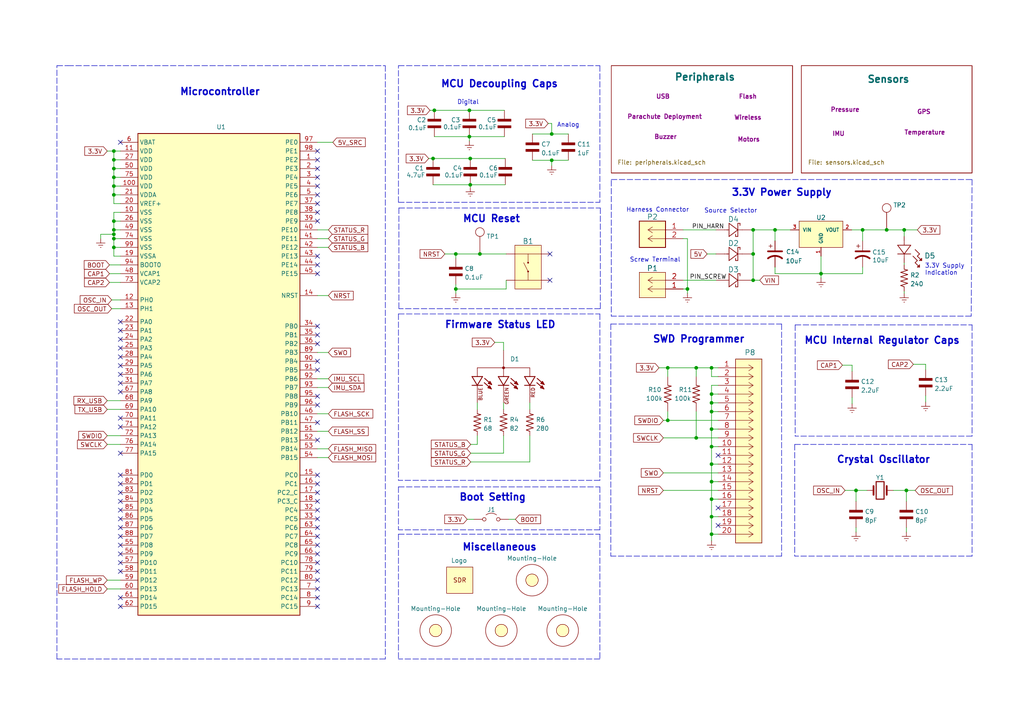
<source format=kicad_sch>
(kicad_sch (version 20211123) (generator eeschema)
  (paper "A4")
  (title_block (title "Engine Controller Microcontroller Board") (date "2021-06-26") (rev "1.0") (company "Sun Devil Rocketry") (comment 1 "Author: Colton Acosta"))
  (lib_symbols
    (symbol "Flight-Computer-rescue:Earth-power" (power) (pin_names (offset 0))
      (symbol "Earth-power_1_1"
        (pin power_in line (at 0 0 270) (length 0) hide (name "Earth") (number "1"))
      )
    )
    (symbol "Flight-Computer-rescue:STM32H750VBTx-Engine-Controller"
      (property "Reference" "U" (at -3.81 78.74 0))
      (property "Value" "STM32H750VBTx-Engine-Controller" (at -8.89 76.2 0))
      (symbol "STM32H750VBTx-Engine-Controller_1_1"
        (pin bidirectional line (at 27.94 66.04 180) (length 5.08) (name "PE2") (number "1"))
        (pin power_in line (at -29.21 50.8 0) (length 5.08) (name "VSS") (number "10"))
        (pin power_in line (at -29.21 58.42 0) (length 5.08) (name "VDD") (number "100"))
        (pin power_in line (at -29.21 68.58 0) (length 5.08) (name "VDD") (number "11"))
        (pin input line (at -29.21 25.4 0) (length 5.08) (name "PH0") (number "12"))
        (pin input line (at -29.21 22.86 0) (length 5.08) (name "PH1") (number "13"))
        (pin input line (at 27.94 26.67 180) (length 5.08) (name "NRST") (number "14"))
        (pin bidirectional line (at 27.94 -25.4 180) (length 5.08) (name "PC0") (number "15"))
        (pin bidirectional line (at 27.94 -27.94 180) (length 5.08) (name "PC1") (number "16"))
        (pin bidirectional line (at 27.94 -30.48 180) (length 5.08) (name "PC2_C") (number "17"))
        (pin bidirectional line (at 27.94 -33.02 180) (length 5.08) (name "PC3_C") (number "18"))
        (pin power_in line (at -29.21 38.1 0) (length 5.08) (name "VSSA") (number "19"))
        (pin bidirectional line (at 27.94 63.5 180) (length 5.08) (name "PE3") (number "2"))
        (pin bidirectional line (at -29.21 53.34 0) (length 5.08) (name "VREF+") (number "20"))
        (pin power_in line (at -29.21 55.88 0) (length 5.08) (name "VDDA") (number "21"))
        (pin bidirectional line (at -29.21 19.05 0) (length 5.08) (name "PA0") (number "22"))
        (pin bidirectional line (at -29.21 16.51 0) (length 5.08) (name "PA1") (number "23"))
        (pin bidirectional line (at -29.21 13.97 0) (length 5.08) (name "PA2") (number "24"))
        (pin bidirectional line (at -29.21 11.43 0) (length 5.08) (name "PA3") (number "25"))
        (pin power_in line (at -29.21 48.26 0) (length 5.08) (name "VSS") (number "26"))
        (pin power_in line (at -29.21 66.04 0) (length 5.08) (name "VDD") (number "27"))
        (pin bidirectional line (at -29.21 8.89 0) (length 5.08) (name "PA4") (number "28"))
        (pin bidirectional line (at -29.21 6.35 0) (length 5.08) (name "PA5") (number "29"))
        (pin bidirectional line (at 27.94 60.96 180) (length 5.08) (name "PE4") (number "3"))
        (pin bidirectional line (at -29.21 3.81 0) (length 5.08) (name "PA6") (number "30"))
        (pin bidirectional line (at -29.21 1.27 0) (length 5.08) (name "PA7") (number "31"))
        (pin bidirectional line (at 27.94 -35.56 180) (length 5.08) (name "PC4") (number "32"))
        (pin bidirectional line (at 27.94 -38.1 180) (length 5.08) (name "PC5") (number "33"))
        (pin bidirectional line (at 27.94 17.78 180) (length 5.08) (name "PB0") (number "34"))
        (pin bidirectional line (at 27.94 15.24 180) (length 5.08) (name "PB1") (number "35"))
        (pin bidirectional line (at 27.94 12.7 180) (length 5.08) (name "PB2") (number "36"))
        (pin bidirectional line (at 27.94 53.34 180) (length 5.08) (name "PE7") (number "37"))
        (pin bidirectional line (at 27.94 50.8 180) (length 5.08) (name "PE8") (number "38"))
        (pin bidirectional line (at 27.94 48.26 180) (length 5.08) (name "PE9") (number "39"))
        (pin bidirectional line (at 27.94 58.42 180) (length 5.08) (name "PE5") (number "4"))
        (pin bidirectional line (at 27.94 45.72 180) (length 5.08) (name "PE10") (number "40"))
        (pin bidirectional line (at 27.94 43.18 180) (length 5.08) (name "PE11") (number "41"))
        (pin bidirectional line (at 27.94 40.64 180) (length 5.08) (name "PE12") (number "42"))
        (pin bidirectional line (at 27.94 38.1 180) (length 5.08) (name "PE13") (number "43"))
        (pin bidirectional line (at 27.94 35.56 180) (length 5.08) (name "PE14") (number "44"))
        (pin bidirectional line (at 27.94 33.02 180) (length 5.08) (name "PE15") (number "45"))
        (pin bidirectional line (at 27.94 -7.62 180) (length 5.08) (name "PB10") (number "46"))
        (pin bidirectional line (at 27.94 -10.16 180) (length 5.08) (name "PB11") (number "47"))
        (pin power_in line (at -29.21 33.02 0) (length 5.08) (name "VCAP1") (number "48"))
        (pin power_in line (at -29.21 45.72 0) (length 5.08) (name "VSS") (number "49"))
        (pin bidirectional line (at 27.94 55.88 180) (length 5.08) (name "PE6") (number "5"))
        (pin power_in line (at -29.21 63.5 0) (length 5.08) (name "VDD") (number "50"))
        (pin bidirectional line (at 27.94 -12.7 180) (length 5.08) (name "PB12") (number "51"))
        (pin bidirectional line (at 27.94 -15.24 180) (length 5.08) (name "PB13") (number "52"))
        (pin bidirectional line (at 27.94 -17.78 180) (length 5.08) (name "PB14") (number "53"))
        (pin bidirectional line (at 27.94 -20.32 180) (length 5.08) (name "PB15") (number "54"))
        (pin bidirectional line (at -29.21 -45.72 0) (length 5.08) (name "PD8") (number "55"))
        (pin bidirectional line (at -29.21 -48.26 0) (length 5.08) (name "PD9") (number "56"))
        (pin bidirectional line (at -29.21 -50.8 0) (length 5.08) (name "PD10") (number "57"))
        (pin bidirectional line (at -29.21 -53.34 0) (length 5.08) (name "PD11") (number "58"))
        (pin bidirectional line (at -29.21 -55.88 0) (length 5.08) (name "PD12") (number "59"))
        (pin power_in line (at -29.21 71.12 0) (length 5.08) (name "VBAT") (number "6"))
        (pin bidirectional line (at -29.21 -58.42 0) (length 5.08) (name "PD13") (number "60"))
        (pin bidirectional line (at -29.21 -60.96 0) (length 5.08) (name "PD14") (number "61"))
        (pin bidirectional line (at -29.21 -63.5 0) (length 5.08) (name "PD15") (number "62"))
        (pin bidirectional line (at 27.94 -40.64 180) (length 5.08) (name "PC6") (number "63"))
        (pin bidirectional line (at 27.94 -43.18 180) (length 5.08) (name "PC7") (number "64"))
        (pin bidirectional line (at 27.94 -45.72 180) (length 5.08) (name "PC8") (number "65"))
        (pin bidirectional line (at 27.94 -48.26 180) (length 5.08) (name "PC9") (number "66"))
        (pin bidirectional line (at -29.21 -1.27 0) (length 5.08) (name "PA8") (number "67"))
        (pin bidirectional line (at -29.21 -3.81 0) (length 5.08) (name "PA9") (number "68"))
        (pin bidirectional line (at -29.21 -6.35 0) (length 5.08) (name "PA10") (number "69"))
        (pin bidirectional line (at 27.94 -58.42 180) (length 5.08) (name "PC13") (number "7"))
        (pin bidirectional line (at -29.21 -8.89 0) (length 5.08) (name "PA11") (number "70"))
        (pin bidirectional line (at -29.21 -11.43 0) (length 5.08) (name "PA12") (number "71"))
        (pin bidirectional line (at -29.21 -13.97 0) (length 5.08) (name "PA13") (number "72"))
        (pin power_in line (at -29.21 30.48 0) (length 5.08) (name "VCAP2") (number "73"))
        (pin power_in line (at -29.21 43.18 0) (length 5.08) (name "VSS") (number "74"))
        (pin power_in line (at -29.21 60.96 0) (length 5.08) (name "VDD") (number "75"))
        (pin bidirectional line (at -29.21 -16.51 0) (length 5.08) (name "PA14") (number "76"))
        (pin bidirectional line (at -29.21 -19.05 0) (length 5.08) (name "PA15") (number "77"))
        (pin bidirectional line (at 27.94 -50.8 180) (length 5.08) (name "PC10") (number "78"))
        (pin bidirectional line (at 27.94 -53.34 180) (length 5.08) (name "PC11") (number "79"))
        (pin bidirectional line (at 27.94 -60.96 180) (length 5.08) (name "PC14") (number "8"))
        (pin bidirectional line (at 27.94 -55.88 180) (length 5.08) (name "PC12") (number "80"))
        (pin bidirectional line (at -29.21 -25.4 0) (length 5.08) (name "PD0") (number "81"))
        (pin bidirectional line (at -29.21 -27.94 0) (length 5.08) (name "PD1") (number "82"))
        (pin bidirectional line (at -29.21 -30.48 0) (length 5.08) (name "PD2") (number "83"))
        (pin bidirectional line (at -29.21 -33.02 0) (length 5.08) (name "PD3") (number "84"))
        (pin bidirectional line (at -29.21 -35.56 0) (length 5.08) (name "PD4") (number "85"))
        (pin bidirectional line (at -29.21 -38.1 0) (length 5.08) (name "PD5") (number "86"))
        (pin bidirectional line (at -29.21 -40.64 0) (length 5.08) (name "PD6") (number "87"))
        (pin bidirectional line (at -29.21 -43.18 0) (length 5.08) (name "PD7") (number "88"))
        (pin bidirectional line (at 27.94 10.16 180) (length 5.08) (name "PB3") (number "89"))
        (pin bidirectional line (at 27.94 -63.5 180) (length 5.08) (name "PC15") (number "9"))
        (pin bidirectional line (at 27.94 7.62 180) (length 5.08) (name "PB4") (number "90"))
        (pin bidirectional line (at 27.94 5.08 180) (length 5.08) (name "PB5") (number "91"))
        (pin bidirectional line (at 27.94 2.54 180) (length 5.08) (name "PB6") (number "92"))
        (pin bidirectional line (at 27.94 0 180) (length 5.08) (name "PB7") (number "93"))
        (pin input line (at -29.21 35.56 0) (length 5.08) (name "BOOT0") (number "94"))
        (pin bidirectional line (at 27.94 -2.54 180) (length 5.08) (name "PB8") (number "95"))
        (pin bidirectional line (at 27.94 -5.08 180) (length 5.08) (name "PB9") (number "96"))
        (pin bidirectional line (at 27.94 71.12 180) (length 5.08) (name "PE0") (number "97"))
        (pin bidirectional line (at 27.94 68.58 180) (length 5.08) (name "PE1") (number "98"))
        (pin power_in line (at -29.21 40.64 0) (length 5.08) (name "VSS") (number "99"))
      )
    )
    (symbol "Flight-Computer:282837-2" (pin_names (offset 0.254) hide)
      (property "Reference" "P" (at 8.89 6.35 0))
      (symbol "282837-2_1_1"
        (pin passive line (at 0 0 0) (length 5.08) (name "5") (number "1"))
        (pin passive line (at 0 -2.54 0) (length 5.08) (name "6") (number "2"))
      )
    )
    (symbol "Flight-Computer:3220-20-0200-00" (pin_names (offset 0.254) hide)
      (property "Reference" "P" (at 8.89 6.35 0))
      (symbol "3220-20-0200-00_1_1"
        (pin passive line (at 0 0 0) (length 5.08) (name "1") (number "1"))
        (pin passive line (at 0 -22.86 0) (length 5.08) (name "10") (number "10"))
        (pin passive line (at 0 -25.4 0) (length 5.08) (name "11") (number "11"))
        (pin passive line (at 0 -27.94 0) (length 5.08) (name "12") (number "12"))
        (pin passive line (at 0 -30.48 0) (length 5.08) (name "13") (number "13"))
        (pin passive line (at 0 -33.02 0) (length 5.08) (name "14") (number "14"))
        (pin passive line (at 0 -35.56 0) (length 5.08) (name "15") (number "15"))
        (pin passive line (at 0 -38.1 0) (length 5.08) (name "16") (number "16"))
        (pin passive line (at 0 -40.64 0) (length 5.08) (name "17") (number "17"))
        (pin passive line (at 0 -43.18 0) (length 5.08) (name "18") (number "18"))
        (pin passive line (at 0 -45.72 0) (length 5.08) (name "19") (number "19"))
        (pin passive line (at 0 -2.54 0) (length 5.08) (name "2") (number "2"))
        (pin passive line (at 0 -48.26 0) (length 5.08) (name "20") (number "20"))
        (pin passive line (at 0 -5.08 0) (length 5.08) (name "3") (number "3"))
        (pin passive line (at 0 -7.62 0) (length 5.08) (name "4") (number "4"))
        (pin passive line (at 0 -10.16 0) (length 5.08) (name "5") (number "5"))
        (pin passive line (at 0 -12.7 0) (length 5.08) (name "6") (number "6"))
        (pin passive line (at 0 -15.24 0) (length 5.08) (name "7") (number "7"))
        (pin passive line (at 0 -17.78 0) (length 5.08) (name "8") (number "8"))
        (pin passive line (at 0 -20.32 0) (length 5.08) (name "9") (number "9"))
      )
    )
    (symbol "Flight-Computer:647676-2" (pin_names (offset 0.254) hide)
      (property "Reference" "P" (at 6.35 5.08 0))
      (symbol "647676-2_1_1"
        (pin passive line (at 0 0 0) (length 5.08) (name "1") (number "1"))
        (pin passive line (at 0 -2.54 0) (length 5.08) (name "2") (number "2"))
      )
    )
    (symbol "Flight-Computer:CAP_0603" (pin_numbers hide) (pin_names (offset 1.016) hide)
      (property "Reference" "C" (at -1.27 3.81 0))
      (property "Value" "CAP_0603" (at -3.81 -3.81 0))
      (symbol "CAP_0603_0_0"
        (pin passive line (at 3.81 0 180) (length 2.54) (name "~") (number "1"))
        (pin passive line (at -3.81 0 0) (length 2.54) (name "~") (number "2"))
      )
    )
    (symbol "Flight-Computer:CAP_Polar" (pin_numbers hide) (pin_names (offset 0.254) hide)
      (property "Reference" "C" (at 0.635 2.54 0))
      (property "Value" "CAP_Polar" (at 0.635 -2.54 0))
      (symbol "CAP_Polar_1_1"
        (pin passive line (at 0 3.81 270) (length 2.794) (name "~") (number "1"))
        (pin passive line (at 0 -3.81 90) (length 3.302) (name "~") (number "2"))
      )
    )
    (symbol "Flight-Computer:CLMVC-FKA-CL1D1L71BB7C3C3" (pin_numbers hide) (pin_names (offset 1.016) hide)
      (property "Reference" "D" (at 13.97 -1.27 0))
      (symbol "CLMVC-FKA-CL1D1L71BB7C3C3_0_0"
        (text "BLUE" (at 3.048 -6.096 0) (effects (font (size 1.016 1.016)) (justify left bottom)))
        (text "GREEN" (at 3.048 1.524 0) (effects (font (size 1.016 1.016)) (justify left bottom)))
        (text "RED" (at 3.048 9.144 0) (effects (font (size 1.016 1.016)) (justify left bottom)))
        (pin passive line (at -7.62 0 0) (length 5.08) (name "~") (number "1"))
        (pin passive line (at 7.62 -7.62 180) (length 5.08) (name "~") (number "2"))
        (pin passive line (at 7.62 0 180) (length 5.08) (name "~") (number "3"))
        (pin passive line (at 7.62 7.62 180) (length 5.08) (name "~") (number "4"))
      )
    )
    (symbol "Flight-Computer:ECS-240-18-33-JGN-TR" (pin_numbers hide) (pin_names (offset 1.016) hide)
      (property "Reference" "Y" (at 0 3.81 0))
      (symbol "ECS-240-18-33-JGN-TR_1_1"
        (pin passive line (at -3.81 0 0) (length 1.27) (name "1") (number "1"))
        (pin passive line (at 3.81 0 180) (length 1.27) (name "3") (number "3"))
      )
    )
    (symbol "Flight-Computer:Earth" (power) (pin_names (offset 0))
      (symbol "Earth_1_1"
        (pin power_in line (at 0 0 270) (length 0) hide (name "Earth") (number "1"))
      )
    )
    (symbol "Flight-Computer:Jumper_NO" (pin_numbers hide) (pin_names (offset 0) hide)
      (property "Reference" "J" (at 0 2.794 0))
      (symbol "Jumper_NO_1_1"
        (pin passive line (at -5.08 0 0) (length 2.54) (name "A") (number "1"))
        (pin passive line (at 5.08 0 180) (length 2.54) (name "B") (number "2"))
      )
    )
    (symbol "Flight-Computer:LMS8117AMP-3.3_NOPB" (pin_names (offset 1.016))
      (property "Reference" "U" (at -1.27 5.08 0))
      (symbol "LMS8117AMP-3.3_NOPB_1_1"
        (pin input line (at 0 -6.35 90) (length 2.54) (name "GND") (number "1"))
        (pin output line (at 8.89 1.27 180) (length 2.54) (name "VOUT") (number "2"))
        (pin input line (at -8.89 1.27 0) (length 2.54) (name "VIN") (number "3"))
      )
    )
    (symbol "Flight-Computer:Logo" (pin_names (offset 1.016))
      (property "Reference" "LOGO" (at 0 5.08 0))
      (property "Value" "Logo" (at 0 -5.08 0))
      (symbol "Logo_0_0"
        (text "SDR" (at 0 0 0) (effects (font (size 1.27 1.27))))
      )
    )
    (symbol "Flight-Computer:Mounting-Hole" (pin_names (offset 1.016)))
    (symbol "Flight-Computer:PTS647SM38SMTR2LFS" (pin_numbers hide) (pin_names (offset 0.254) hide)
      (property "Reference" "B" (at -1.27 8.89 0))
      (symbol "PTS647SM38SMTR2LFS_1_1"
        (pin passive line (at -6.35 -3.81 0) (length 2.54) (name "1") (number "1"))
        (pin passive line (at 6.35 3.81 180) (length 2.54) (name "2") (number "2"))
        (pin passive line (at -6.35 3.81 0) (length 2.54) (name "3") (number "3"))
        (pin passive line (at 6.35 -3.81 180) (length 2.54) (name "4") (number "4"))
      )
    )
    (symbol "Flight-Computer:RES_0603" (pin_numbers hide) (pin_names (offset 1.016) hide)
      (property "Reference" "R" (at -1.27 1.27 0))
      (property "Value" "RES_0603" (at -3.81 -2.54 0))
      (symbol "RES_0603_0_0"
        (pin passive line (at -5.08 0 0) (length 2.54) (name "~") (number "1"))
        (pin passive line (at 5.08 0 180) (length 2.54) (name "~") (number "2"))
      )
    )
    (symbol "Flight-Computer:SM5819PL-TP" (pin_numbers hide) (pin_names hide)
      (property "Reference" "D" (at 0 4.445 0))
      (symbol "SM5819PL-TP_1_1"
        (pin passive line (at 5.08 0 180) (length 2.54) (name "~") (number "1"))
        (pin passive line (at -5.08 0 0) (length 2.54) (name "~") (number "2"))
      )
    )
    (symbol "Flight-Computer:SML-LX1206GC-TR" (pin_numbers hide) (pin_names hide)
      (property "Reference" "D" (at 3.81 5.08 0))
      (symbol "SML-LX1206GC-TR_1_1"
        (pin passive line (at 0 -2.54 90) (length 1.27) (name "1") (number "1"))
        (pin passive line (at 0 5.08 270) (length 1.27) (name "2") (number "2"))
      )
    )
    (symbol "Flight-Computer:TP" (pin_numbers hide) (pin_names (offset 1.016) hide)
      (property "Reference" "TP" (at 0 8.89 0))
      (property "Value" "TP" (at 0 8.89 0))
      (symbol "TP_1_1"
        (pin passive line (at 0 0 90) (length 5.08) (name "~") (number "1"))
      )
    )
    (symbol "RES_0603_1" (pin_numbers hide) (pin_names (offset 1.016) hide)
      (property "Reference" "R" (at -1.27 1.27 0))
      (property "Value" "RES_0603_1" (at -3.81 -2.54 0))
      (symbol "RES_0603_1_0_0"
        (pin passive line (at -3.81 0 0) (length 1.27) (name "~") (number "1"))
        (pin passive line (at 3.81 0 180) (length 1.27) (name "~") (number "2"))
      )
    )
    (symbol "RES_0603_2" (pin_numbers hide) (pin_names (offset 1.016) hide)
      (property "Reference" "R" (at -1.27 1.27 0))
      (property "Value" "RES_0603_2" (at -3.81 -2.54 0))
      (symbol "RES_0603_2_0_0"
        (pin passive line (at -3.81 0 0) (length 1.27) (name "~") (number "1"))
        (pin passive line (at 3.81 0 180) (length 1.27) (name "~") (number "2"))
      )
    )
    (symbol "RES_0603_3" (pin_numbers hide) (pin_names (offset 1.016) hide)
      (property "Reference" "R" (at -1.27 1.27 0))
      (property "Value" "RES_0603_3" (at -3.81 -2.54 0))
      (symbol "RES_0603_3_0_0"
        (pin passive line (at -3.81 0 0) (length 1.27) (name "~") (number "1"))
        (pin passive line (at 3.81 0 180) (length 1.27) (name "~") (number "2"))
      )
    )
    (symbol "RES_0603_4" (pin_numbers hide) (pin_names (offset 1.016) hide)
      (property "Reference" "R" (at -1.27 1.27 0))
      (property "Value" "RES_0603_4" (at -3.81 -2.54 0))
      (symbol "RES_0603_4_0_0"
        (pin passive line (at -3.81 0 0) (length 1.27) (name "~") (number "1"))
        (pin passive line (at 3.81 0 180) (length 1.27) (name "~") (number "2"))
      )
    )
  )
  (junction (at 33.02 48.895))
  (junction (at 136.144 32.004))
  (junction (at 206.375 134.62))
  (junction (at 218.44 66.675))
  (junction (at 262.255 66.675))
  (junction (at 206.375 116.84))
  (junction (at 125.984 32.004))
  (junction (at 139.192 73.66))
  (junction (at 33.02 71.755))
  (junction (at 33.02 64.135))
  (junction (at 33.02 43.815))
  (junction (at 206.375 124.46))
  (junction (at 160.02 38.862))
  (junction (at 125.603 45.974))
  (junction (at 33.02 69.215))
  (junction (at 160.02 46.482))
  (junction (at 206.375 149.86))
  (junction (at 132.207 83.82))
  (junction (at 201.93 106.68))
  (junction (at 238.125 79.375))
  (junction (at 193.675 106.68))
  (junction (at 206.375 154.94))
  (junction (at 33.02 56.515))
  (junction (at 248.285 142.24))
  (junction (at 206.375 144.78))
  (junction (at 136.398 53.594))
  (junction (at 250.19 66.675))
  (junction (at 218.44 73.66))
  (junction (at 136.144 39.624))
  (junction (at 206.375 129.54))
  (junction (at 206.375 114.3))
  (junction (at 33.02 53.975))
  (junction (at 193.675 121.92))
  (junction (at 206.375 119.38))
  (junction (at 33.02 46.355))
  (junction (at 257.175 66.675))
  (junction (at 206.375 139.7))
  (junction (at 224.79 66.675))
  (junction (at 218.44 81.28))
  (junction (at 33.02 67.945))
  (junction (at 201.93 127))
  (junction (at 33.02 66.675))
  (junction (at 262.89 142.24))
  (junction (at 132.207 73.66))
  (junction (at 199.39 83.82))
  (junction (at 33.02 51.435))
  (junction (at 136.398 45.974))
  (junction (at 206.375 106.68))
  (no_connect (at 92.075 46.355))
  (no_connect (at 92.075 64.135))
  (no_connect (at 34.925 113.665))
  (no_connect (at 92.075 61.595))
  (no_connect (at 34.925 123.825))
  (no_connect (at 92.075 76.835))
  (no_connect (at 34.925 93.345))
  (no_connect (at 34.925 98.425))
  (no_connect (at 34.925 108.585))
  (no_connect (at 34.925 100.965))
  (no_connect (at 34.925 103.505))
  (no_connect (at 34.925 106.045))
  (no_connect (at 34.925 95.885))
  (no_connect (at 34.925 111.125))
  (no_connect (at 92.075 114.935))
  (no_connect (at 92.075 155.575))
  (no_connect (at 92.075 140.335))
  (no_connect (at 92.075 137.795))
  (no_connect (at 34.925 121.285))
  (no_connect (at 34.925 165.735))
  (no_connect (at 92.075 99.695))
  (no_connect (at 92.075 145.415))
  (no_connect (at 92.075 104.775))
  (no_connect (at 92.075 94.615))
  (no_connect (at 92.075 59.055))
  (no_connect (at 92.075 158.115))
  (no_connect (at 92.075 173.355))
  (no_connect (at 34.925 155.575))
  (no_connect (at 34.925 145.415))
  (no_connect (at 34.925 153.035))
  (no_connect (at 34.925 147.955))
  (no_connect (at 34.925 150.495))
  (no_connect (at 34.925 140.335))
  (no_connect (at 34.925 142.875))
  (no_connect (at 34.925 160.655))
  (no_connect (at 34.925 158.115))
  (no_connect (at 34.925 137.795))
  (no_connect (at 92.075 175.895))
  (no_connect (at 92.075 56.515))
  (no_connect (at 92.075 163.195))
  (no_connect (at 92.075 127.635))
  (no_connect (at 34.925 41.275))
  (no_connect (at 92.075 53.975))
  (no_connect (at 92.075 51.435))
  (no_connect (at 92.075 43.815))
  (no_connect (at 34.925 173.355))
  (no_connect (at 34.925 131.445))
  (no_connect (at 92.075 142.875))
  (no_connect (at 92.075 79.375))
  (no_connect (at 92.075 160.655))
  (no_connect (at 92.075 117.475))
  (no_connect (at 92.075 122.555))
  (no_connect (at 92.075 107.315))
  (no_connect (at 92.075 150.495))
  (no_connect (at 34.925 163.195))
  (no_connect (at 92.075 165.735))
  (no_connect (at 92.075 153.035))
  (no_connect (at 92.075 170.815))
  (no_connect (at 92.075 74.295))
  (no_connect (at 92.075 168.275))
  (no_connect (at 208.28 152.4))
  (no_connect (at 208.28 147.32))
  (no_connect (at 208.28 132.08))
  (no_connect (at 92.075 147.955))
  (no_connect (at 159.512 81.28))
  (no_connect (at 159.512 73.66))
  (no_connect (at 92.075 48.895))
  (no_connect (at 34.925 175.895))
  (no_connect (at 92.075 97.155))
  (polyline (pts (xy 173.99 91.059) (xy 173.99 139.319)))
  (wire (pts (xy 31.75 79.375) (xy 34.925 79.375)))
  (wire (pts (xy 262.89 142.24) (xy 262.89 145.415)))
  (wire (pts (xy 247.015 66.675) (xy 250.19 66.675)))
  (wire (pts (xy 31.75 81.915) (xy 34.925 81.915)))
  (wire (pts (xy 206.375 144.78) (xy 206.375 149.86)))
  (wire (pts (xy 262.255 68.58) (xy 262.255 66.675)))
  (wire (pts (xy 206.375 114.3) (xy 206.375 116.84)))
  (wire (pts (xy 247.142 105.918) (xy 247.142 107.696)))
  (wire (pts (xy 135.509 150.622) (xy 137.414 150.622)))
  (wire (pts (xy 146.05 99.314) (xy 146.05 101.6)))
  (wire (pts (xy 132.207 83.82) (xy 132.207 85.09)))
  (wire (pts (xy 132.207 82.55) (xy 132.207 83.82)))
  (wire (pts (xy 34.925 74.295) (xy 33.02 74.295)))
  (wire (pts (xy 138.43 128.905) (xy 136.525 128.905)))
  (polyline (pts (xy 115.57 19.05) (xy 173.99 19.05)))
  (wire (pts (xy 205.105 73.66) (xy 207.645 73.66)))
  (wire (pts (xy 201.93 106.68) (xy 201.93 109.22)))
  (wire (pts (xy 129.032 73.66) (xy 132.207 73.66)))
  (wire (pts (xy 206.375 139.7) (xy 206.375 144.78)))
  (wire (pts (xy 33.02 56.515) (xy 33.02 53.975)))
  (wire (pts (xy 33.02 46.355) (xy 34.925 46.355)))
  (wire (pts (xy 31.115 43.815) (xy 33.02 43.815)))
  (polyline (pts (xy 173.99 154.94) (xy 173.99 191.135)))
  (wire (pts (xy 33.02 71.755) (xy 33.02 69.215)))
  (wire (pts (xy 32.385 89.535) (xy 34.925 89.535)))
  (wire (pts (xy 33.02 59.055) (xy 33.02 56.515)))
  (polyline (pts (xy 111.76 191.135) (xy 16.51 191.135)))
  (polyline (pts (xy 115.697 60.325) (xy 174.117 60.325)))
  (wire (pts (xy 208.28 124.46) (xy 206.375 124.46)))
  (wire (pts (xy 250.19 79.375) (xy 238.125 79.375)))
  (wire (pts (xy 34.925 59.055) (xy 33.02 59.055)))
  (wire (pts (xy 218.44 66.675) (xy 218.44 73.66)))
  (wire (pts (xy 262.255 76.835) (xy 262.255 76.2)))
  (wire (pts (xy 262.255 66.675) (xy 266.065 66.675)))
  (wire (pts (xy 33.02 43.815) (xy 34.925 43.815)))
  (wire (pts (xy 206.375 106.68) (xy 201.93 106.68)))
  (polyline (pts (xy 16.51 191.135) (xy 16.51 19.05)))
  (wire (pts (xy 208.28 149.86) (xy 206.375 149.86)))
  (wire (pts (xy 31.115 118.745) (xy 34.925 118.745)))
  (wire (pts (xy 247.142 115.316) (xy 247.142 117.094)))
  (wire (pts (xy 245.11 142.24) (xy 248.285 142.24)))
  (wire (pts (xy 248.285 142.24) (xy 251.46 142.24)))
  (wire (pts (xy 198.12 66.675) (xy 207.645 66.675)))
  (wire (pts (xy 124.714 32.004) (xy 125.984 32.004)))
  (wire (pts (xy 208.28 114.3) (xy 206.375 114.3)))
  (wire (pts (xy 198.12 69.215) (xy 199.39 69.215)))
  (wire (pts (xy 193.675 106.68) (xy 193.675 109.22)))
  (wire (pts (xy 33.02 61.595) (xy 34.925 61.595)))
  (wire (pts (xy 218.44 81.28) (xy 220.345 81.28)))
  (wire (pts (xy 31.75 76.835) (xy 34.925 76.835)))
  (wire (pts (xy 208.28 119.38) (xy 206.375 119.38)))
  (wire (pts (xy 31.115 170.815) (xy 34.925 170.815)))
  (wire (pts (xy 136.144 32.004) (xy 146.304 32.004)))
  (wire (pts (xy 33.02 51.435) (xy 33.02 53.975)))
  (wire (pts (xy 92.075 41.275) (xy 96.52 41.275)))
  (wire (pts (xy 206.375 154.94) (xy 206.375 156.845)))
  (polyline (pts (xy 281.686 91.694) (xy 177.292 91.694)))
  (polyline (pts (xy 281.94 126.492) (xy 230.632 126.492)))
  (wire (pts (xy 206.375 116.84) (xy 206.375 119.38)))
  (wire (pts (xy 33.02 51.435) (xy 34.925 51.435)))
  (wire (pts (xy 92.075 102.235) (xy 95.25 102.235)))
  (wire (pts (xy 248.285 142.24) (xy 248.285 145.415)))
  (wire (pts (xy 208.28 154.94) (xy 206.375 154.94)))
  (wire (pts (xy 198.12 83.82) (xy 199.39 83.82)))
  (wire (pts (xy 29.21 67.945) (xy 33.02 67.945)))
  (polyline (pts (xy 177.165 93.98) (xy 226.695 93.98)))
  (wire (pts (xy 208.28 129.54) (xy 206.375 129.54)))
  (wire (pts (xy 262.255 84.455) (xy 262.255 85.09)))
  (wire (pts (xy 206.375 149.86) (xy 206.375 154.94)))
  (wire (pts (xy 92.075 71.755) (xy 95.25 71.755)))
  (polyline (pts (xy 115.57 154.94) (xy 173.99 154.94)))
  (polyline (pts (xy 115.697 60.325) (xy 115.697 89.535)))
  (polyline (pts (xy 115.57 141.224) (xy 173.99 141.224)))
  (wire (pts (xy 218.44 81.28) (xy 217.805 81.28)))
  (polyline (pts (xy 281.94 52.07) (xy 281.686 91.694)))
  (wire (pts (xy 238.125 79.375) (xy 238.125 80.645)))
  (wire (pts (xy 147.574 150.622) (xy 149.479 150.622)))
  (wire (pts (xy 199.39 69.215) (xy 199.39 83.82)))
  (wire (pts (xy 206.375 124.46) (xy 206.375 129.54)))
  (polyline (pts (xy 173.99 191.135) (xy 115.57 191.135)))
  (wire (pts (xy 201.93 119.38) (xy 201.93 127)))
  (wire (pts (xy 34.925 69.215) (xy 33.02 69.215)))
  (wire (pts (xy 218.44 66.675) (xy 224.79 66.675)))
  (wire (pts (xy 34.925 128.905) (xy 31.115 128.905)))
  (wire (pts (xy 238.125 79.375) (xy 238.125 74.295)))
  (polyline (pts (xy 115.57 91.059) (xy 173.99 91.059)))
  (wire (pts (xy 146.05 116.84) (xy 146.05 118.745)))
  (wire (pts (xy 136.398 53.594) (xy 146.558 53.594)))
  (polyline (pts (xy 19.685 19.05) (xy 111.76 19.05)))
  (wire (pts (xy 33.02 74.295) (xy 33.02 71.755)))
  (wire (pts (xy 125.603 53.594) (xy 136.398 53.594)))
  (wire (pts (xy 268.478 105.664) (xy 268.478 107.188)))
  (polyline (pts (xy 115.57 58.674) (xy 115.57 19.05)))
  (wire (pts (xy 208.28 144.78) (xy 206.375 144.78)))
  (wire (pts (xy 92.075 120.015) (xy 95.25 120.015)))
  (wire (pts (xy 34.925 126.365) (xy 31.115 126.365)))
  (polyline (pts (xy 115.57 91.059) (xy 115.57 139.319)))
  (wire (pts (xy 136.144 39.624) (xy 136.144 40.894)))
  (wire (pts (xy 92.075 125.095) (xy 95.25 125.095)))
  (wire (pts (xy 33.02 48.895) (xy 33.02 51.435)))
  (wire (pts (xy 125.603 45.974) (xy 136.398 45.974)))
  (polyline (pts (xy 281.94 128.905) (xy 281.94 161.29)))
  (polyline (pts (xy 111.76 19.05) (xy 111.76 191.135)))
  (wire (pts (xy 31.115 168.275) (xy 34.925 168.275)))
  (polyline (pts (xy 16.51 19.05) (xy 19.685 19.05)))
  (wire (pts (xy 92.075 112.395) (xy 95.25 112.395)))
  (wire (pts (xy 136.525 133.985) (xy 153.67 133.985)))
  (wire (pts (xy 31.115 116.205) (xy 34.925 116.205)))
  (wire (pts (xy 146.812 81.28) (xy 146.812 83.82)))
  (wire (pts (xy 160.02 35.814) (xy 160.02 38.862)))
  (wire (pts (xy 193.675 121.92) (xy 208.28 121.92)))
  (wire (pts (xy 264.922 105.664) (xy 268.478 105.664)))
  (wire (pts (xy 125.984 32.004) (xy 136.144 32.004)))
  (polyline (pts (xy 177.165 93.98) (xy 177.165 161.29)))
  (wire (pts (xy 124.333 45.974) (xy 125.603 45.974)))
  (polyline (pts (xy 177.292 52.324) (xy 177.292 91.694)))
  (wire (pts (xy 217.805 66.675) (xy 218.44 66.675)))
  (wire (pts (xy 160.02 46.482) (xy 164.846 46.482)))
  (wire (pts (xy 208.28 137.16) (xy 192.405 137.16)))
  (wire (pts (xy 206.375 106.68) (xy 208.28 106.68)))
  (wire (pts (xy 244.348 105.918) (xy 247.142 105.918)))
  (polyline (pts (xy 174.117 60.325) (xy 174.117 89.535)))
  (wire (pts (xy 34.925 66.675) (xy 33.02 66.675)))
  (wire (pts (xy 138.43 126.365) (xy 138.43 128.905)))
  (wire (pts (xy 29.21 69.215) (xy 29.21 67.945)))
  (wire (pts (xy 218.44 73.66) (xy 218.44 81.28)))
  (polyline (pts (xy 177.292 52.07) (xy 281.94 52.07)))
  (polyline (pts (xy 173.99 19.05) (xy 173.99 58.674)))
  (wire (pts (xy 132.207 74.93) (xy 132.207 73.66)))
  (wire (pts (xy 125.984 39.624) (xy 136.144 39.624)))
  (polyline (pts (xy 115.57 58.674) (xy 173.99 58.674)))
  (wire (pts (xy 153.67 116.84) (xy 153.67 118.745)))
  (wire (pts (xy 132.207 83.82) (xy 146.812 83.82)))
  (polyline (pts (xy 226.695 161.29) (xy 177.165 161.29)))
  (polyline (pts (xy 230.505 128.905) (xy 230.505 161.29)))
  (wire (pts (xy 132.207 73.66) (xy 139.192 73.66)))
  (wire (pts (xy 33.02 43.815) (xy 33.02 46.355)))
  (wire (pts (xy 217.805 73.66) (xy 218.44 73.66)))
  (wire (pts (xy 153.67 133.985) (xy 153.67 126.365)))
  (wire (pts (xy 201.93 127) (xy 208.28 127)))
  (wire (pts (xy 34.925 64.135) (xy 33.02 64.135)))
  (polyline (pts (xy 281.94 94.234) (xy 281.94 126.492)))
  (wire (pts (xy 259.08 142.24) (xy 262.89 142.24)))
  (wire (pts (xy 33.02 69.215) (xy 33.02 67.945)))
  (polyline (pts (xy 173.99 153.67) (xy 115.57 153.67)))
  (wire (pts (xy 201.93 106.68) (xy 193.675 106.68)))
  (wire (pts (xy 136.398 45.974) (xy 146.558 45.974)))
  (wire (pts (xy 139.192 73.66) (xy 146.812 73.66)))
  (wire (pts (xy 208.28 111.76) (xy 206.375 111.76)))
  (wire (pts (xy 138.43 116.84) (xy 138.43 118.745)))
  (wire (pts (xy 136.144 39.624) (xy 146.304 39.624)))
  (wire (pts (xy 224.79 66.675) (xy 229.235 66.675)))
  (wire (pts (xy 206.375 119.38) (xy 206.375 124.46)))
  (wire (pts (xy 208.28 134.62) (xy 206.375 134.62)))
  (wire (pts (xy 33.02 46.355) (xy 33.02 48.895)))
  (wire (pts (xy 192.405 121.92) (xy 193.675 121.92)))
  (wire (pts (xy 159.004 35.814) (xy 160.02 35.814)))
  (wire (pts (xy 206.375 134.62) (xy 206.375 139.7)))
  (wire (pts (xy 206.375 111.76) (xy 206.375 114.3)))
  (polyline (pts (xy 281.94 161.29) (xy 230.505 161.29)))
  (wire (pts (xy 95.25 132.715) (xy 92.075 132.715)))
  (wire (pts (xy 154.432 46.482) (xy 160.02 46.482)))
  (polyline (pts (xy 174.117 89.535) (xy 115.697 89.535)))
  (wire (pts (xy 198.12 81.28) (xy 207.645 81.28)))
  (wire (pts (xy 224.79 79.375) (xy 238.125 79.375)))
  (wire (pts (xy 136.525 131.445) (xy 146.05 131.445)))
  (wire (pts (xy 193.675 106.68) (xy 191.135 106.68)))
  (wire (pts (xy 136.398 53.594) (xy 136.398 54.356)))
  (wire (pts (xy 33.02 64.135) (xy 33.02 61.595)))
  (wire (pts (xy 262.89 142.24) (xy 265.43 142.24)))
  (wire (pts (xy 262.89 153.035) (xy 262.89 154.305)))
  (wire (pts (xy 192.405 127) (xy 201.93 127)))
  (wire (pts (xy 33.02 66.675) (xy 33.02 64.135)))
  (wire (pts (xy 160.02 46.482) (xy 160.02 48.006)))
  (polyline (pts (xy 115.57 141.224) (xy 115.57 153.67)))
  (wire (pts (xy 268.478 114.808) (xy 268.478 116.586)))
  (wire (pts (xy 250.19 66.675) (xy 250.19 69.85)))
  (wire (pts (xy 92.075 66.675) (xy 95.25 66.675)))
  (wire (pts (xy 206.375 129.54) (xy 206.375 134.62)))
  (wire (pts (xy 154.432 38.862) (xy 160.02 38.862)))
  (polyline (pts (xy 173.99 139.319) (xy 115.57 139.319)))
  (wire (pts (xy 208.28 109.22) (xy 206.375 109.22)))
  (wire (pts (xy 257.175 66.675) (xy 262.255 66.675)))
  (polyline (pts (xy 226.695 93.98) (xy 226.695 161.29)))
  (wire (pts (xy 193.675 119.38) (xy 193.675 121.92)))
  (wire (pts (xy 208.28 139.7) (xy 206.375 139.7)))
  (wire (pts (xy 199.39 83.82) (xy 199.39 85.09)))
  (polyline (pts (xy 173.99 141.224) (xy 173.99 153.67)))
  (wire (pts (xy 34.925 71.755) (xy 33.02 71.755)))
  (wire (pts (xy 250.19 66.675) (xy 257.175 66.675)))
  (wire (pts (xy 33.02 56.515) (xy 34.925 56.515)))
  (wire (pts (xy 206.375 109.22) (xy 206.375 106.68)))
  (wire (pts (xy 250.19 77.47) (xy 250.19 79.375)))
  (wire (pts (xy 33.02 53.975) (xy 34.925 53.975)))
  (wire (pts (xy 143.51 99.314) (xy 146.05 99.314)))
  (wire (pts (xy 192.405 142.24) (xy 208.28 142.24)))
  (wire (pts (xy 224.79 66.675) (xy 224.79 69.85)))
  (wire (pts (xy 95.25 130.175) (xy 92.075 130.175)))
  (wire (pts (xy 248.285 153.035) (xy 248.285 154.305)))
  (polyline (pts (xy 230.632 94.234) (xy 230.632 126.492)))
  (wire (pts (xy 146.05 131.445) (xy 146.05 126.365)))
  (polyline (pts (xy 230.632 94.234) (xy 281.94 94.234)))
  (wire (pts (xy 224.79 77.47) (xy 224.79 79.375)))
  (wire (pts (xy 32.385 86.995) (xy 34.925 86.995)))
  (polyline (pts (xy 115.57 154.94) (xy 115.57 191.135)))
  (wire (pts (xy 33.02 67.945) (xy 33.02 66.675)))
  (wire (pts (xy 160.02 38.862) (xy 164.846 38.862)))
  (wire (pts (xy 95.25 109.855) (xy 92.075 109.855)))
  (wire (pts (xy 92.075 85.725) (xy 95.25 85.725)))
  (wire (pts (xy 92.075 69.215) (xy 95.25 69.215)))
  (wire (pts (xy 208.28 116.84) (xy 206.375 116.84)))
  (polyline (pts (xy 230.505 128.905) (xy 281.94 128.905)))
  (wire (pts (xy 33.02 48.895) (xy 34.925 48.895)))
  (text "Crystal Oscillator" (at 242.57 134.62 0) (effects (font (size 2.032 2.032) (thickness 0.4064) bold) (justify left bottom)))
  (text "3.3V Power Supply" (at 212.09 57.15 0) (effects (font (size 2.032 2.032) (thickness 0.4064) bold) (justify left bottom)))
  (text "MCU Internal Regulator Caps" (at 233.172 100.076 0) (effects (font (size 2.032 2.032) (thickness 0.4064) bold) (justify left bottom)))
  (text "MCU Reset" (at 134.112 64.77 0) (effects (font (size 2.032 2.032) (thickness 0.4064) bold) (justify left bottom)))
  (text "Firmware Status LED" (at 128.905 95.504 0) (effects (font (size 2.032 2.032) (thickness 0.4064) bold) (justify left bottom)))
  (text "3.3V Supply\nIndication" (at 268.224 80.01 0) (effects (font (size 1.27 1.27)) (justify left bottom)))
  (text "Source Selector" (at 204.216 61.976 0) (effects (font (size 1.27 1.27)) (justify left bottom)))
  (text "MCU Decoupling Caps" (at 127.762 25.654 0) (effects (font (size 2.032 2.032) (thickness 0.4064) bold) (justify left bottom)))
  (text "Boot Setting" (at 133.096 145.542 0) (effects (font (size 2.032 2.032) (thickness 0.4064) bold) (justify left bottom)))
  (text "Miscellaneous" (at 133.985 160.02 0) (effects (font (size 2.032 2.032) (thickness 0.4064) bold) (justify left bottom)))
  (text "Analog" (at 161.544 37.084 0) (effects (font (size 1.27 1.27)) (justify left bottom)))
  (text "Screw Terminal" (at 182.626 76.2 0) (effects (font (size 1.27 1.27)) (justify left bottom)))
  (text "Microcontroller" (at 52.07 27.94 0) (effects (font (size 2.032 2.032) (thickness 0.4064) bold) (justify left bottom)))
  (text "Harness Connector" (at 181.61 61.722 0) (effects (font (size 1.27 1.27)) (justify left bottom)))
  (text "Digital" (at 132.588 30.48 0) (effects (font (size 1.27 1.27)) (justify left bottom)))
  (text "SWD Programmer" (at 189.23 99.695 0) (effects (font (size 2.032 2.032) (thickness 0.4064) bold) (justify left bottom)))
  (label "PIN_HARN" (at 200.66 66.675 0))
  (label "PIN_SCREW" (at 200.025 81.28 0))
  (global_label "SWDIO" (shape input) (at 31.115 126.365 180) (property "Intersheet References" "${INTERSHEET_REFS}" (effects hide)))
  (global_label "3.3V" (shape input) (at 143.51 99.314 180) (property "Intersheet References" "${INTERSHEET_REFS}" (effects hide)))
  (global_label "3.3V" (shape input) (at 124.714 32.004 180) (property "Intersheet References" "${INTERSHEET_REFS}" (effects hide)))
  (global_label "VIN" (shape input) (at 220.345 81.28 0) (property "Intersheet References" "${INTERSHEET_REFS}" (effects hide)))
  (global_label "BOOT" (shape input) (at 149.479 150.622 0) (property "Intersheet References" "${INTERSHEET_REFS}" (effects hide)))
  (global_label "FLASH_SCK" (shape input) (at 95.25 120.015 0) (property "Intersheet References" "${INTERSHEET_REFS}" (effects hide)))
  (global_label "FLASH_WP" (shape input) (at 31.115 168.275 180) (property "Intersheet References" "${INTERSHEET_REFS}" (effects hide)))
  (global_label "FLASH_MISO" (shape input) (at 95.25 130.175 0) (property "Intersheet References" "${INTERSHEET_REFS}" (effects hide)))
  (global_label "SWO" (shape input) (at 192.405 137.16 180) (property "Intersheet References" "${INTERSHEET_REFS}" (effects hide)))
  (global_label "STATUS_G" (shape input) (at 136.525 131.445 180) (property "Intersheet References" "${INTERSHEET_REFS}" (effects hide)))
  (global_label "OSC_IN" (shape input) (at 32.385 86.995 180) (property "Intersheet References" "${INTERSHEET_REFS}" (effects hide)))
  (global_label "3.3V" (shape input) (at 266.065 66.675 0) (property "Intersheet References" "${INTERSHEET_REFS}" (effects hide)))
  (global_label "FLASH_HOLD" (shape input) (at 31.115 170.815 180) (property "Intersheet References" "${INTERSHEET_REFS}" (effects hide)))
  (global_label "BOOT" (shape input) (at 31.75 76.835 180) (property "Intersheet References" "${INTERSHEET_REFS}" (effects hide)))
  (global_label "3.3V" (shape input) (at 191.135 106.68 180) (property "Intersheet References" "${INTERSHEET_REFS}" (effects hide)))
  (global_label "IMU_SDA" (shape input) (at 95.25 112.395 0) (property "Intersheet References" "${INTERSHEET_REFS}" (effects hide)))
  (global_label "STATUS_B" (shape input) (at 95.25 71.755 0) (property "Intersheet References" "${INTERSHEET_REFS}" (effects hide)))
  (global_label "SWO" (shape input) (at 95.25 102.235 0) (property "Intersheet References" "${INTERSHEET_REFS}" (effects hide)))
  (global_label "OSC_OUT" (shape input) (at 265.43 142.24 0) (property "Intersheet References" "${INTERSHEET_REFS}" (effects hide)))
  (global_label "SWCLK" (shape input) (at 31.115 128.905 180) (property "Intersheet References" "${INTERSHEET_REFS}" (effects hide)))
  (global_label "FLASH_SS" (shape input) (at 95.25 125.095 0) (property "Intersheet References" "${INTERSHEET_REFS}" (effects hide)))
  (global_label "RX_USB" (shape input) (at 31.115 116.205 180) (property "Intersheet References" "${INTERSHEET_REFS}" (effects hide)))
  (global_label "IMU_SCL" (shape input) (at 95.25 109.855 0) (property "Intersheet References" "${INTERSHEET_REFS}" (effects hide)))
  (global_label "NRST" (shape input) (at 129.032 73.66 180) (property "Intersheet References" "${INTERSHEET_REFS}" (effects hide)))
  (global_label "OSC_OUT" (shape input) (at 32.385 89.535 180) (property "Intersheet References" "${INTERSHEET_REFS}" (effects hide)))
  (global_label "CAP2" (shape input) (at 264.922 105.664 180) (property "Intersheet References" "${INTERSHEET_REFS}" (effects hide)))
  (global_label "3.3V" (shape input) (at 31.115 43.815 180) (property "Intersheet References" "${INTERSHEET_REFS}" (effects hide)))
  (global_label "5V" (shape input) (at 205.105 73.66 180) (property "Intersheet References" "${INTERSHEET_REFS}" (effects hide)))
  (global_label "STATUS_R" (shape input) (at 95.25 66.675 0) (property "Intersheet References" "${INTERSHEET_REFS}" (effects hide)))
  (global_label "NRST" (shape input) (at 192.405 142.24 180) (property "Intersheet References" "${INTERSHEET_REFS}" (effects hide)))
  (global_label "CAP1" (shape input) (at 31.75 79.375 180) (property "Intersheet References" "${INTERSHEET_REFS}" (effects hide)))
  (global_label "3.3V" (shape input) (at 135.509 150.622 180) (property "Intersheet References" "${INTERSHEET_REFS}" (effects hide)))
  (global_label "STATUS_B" (shape input) (at 136.525 128.905 180) (property "Intersheet References" "${INTERSHEET_REFS}" (effects hide)))
  (global_label "SWCLK" (shape input) (at 192.405 127 180) (property "Intersheet References" "${INTERSHEET_REFS}" (effects hide)))
  (global_label "FLASH_MOSI" (shape input) (at 95.25 132.715 0) (property "Intersheet References" "${INTERSHEET_REFS}" (effects hide)))
  (global_label "TX_USB" (shape input) (at 31.115 118.745 180) (property "Intersheet References" "${INTERSHEET_REFS}" (effects hide)))
  (global_label "5V_SRC" (shape input) (at 96.52 41.275 0) (property "Intersheet References" "${INTERSHEET_REFS}" (effects hide)))
  (global_label "CAP2" (shape input) (at 31.75 81.915 180) (property "Intersheet References" "${INTERSHEET_REFS}" (effects hide)))
  (global_label "STATUS_G" (shape input) (at 95.25 69.215 0) (property "Intersheet References" "${INTERSHEET_REFS}" (effects hide)))
  (global_label "OSC_IN" (shape input) (at 245.11 142.24 180) (property "Intersheet References" "${INTERSHEET_REFS}" (effects hide)))
  (global_label "SWDIO" (shape input) (at 192.405 121.92 180) (property "Intersheet References" "${INTERSHEET_REFS}" (effects hide)))
  (global_label "CAP1" (shape input) (at 244.348 105.918 180) (property "Intersheet References" "${INTERSHEET_REFS}" (effects hide)))
  (global_label "3.3V" (shape input) (at 159.004 35.814 180) (property "Intersheet References" "${INTERSHEET_REFS}" (effects hide)))
  (global_label "NRST" (shape input) (at 95.25 85.725 0) (property "Intersheet References" "${INTERSHEET_REFS}" (effects hide)))
  (global_label "3.3V" (shape input) (at 124.333 45.974 180) (property "Intersheet References" "${INTERSHEET_REFS}" (effects hide)))
  (global_label "STATUS_R" (shape input) (at 136.525 133.985 180) (property "Intersheet References" "${INTERSHEET_REFS}" (effects hide)))
  (symbol (lib_id "Flight-Computer-rescue:Earth-power") (at 132.207 85.09 0) (unit 1)
    (property "Reference" "#PWR01" (effects hide))
    (property "Value" "Earth" (effects hide))
  )
  (symbol (lib_id "Flight-Computer-rescue:STM32H750VBTx-Engine-Controller") (at 64.135 112.395 0) (unit 1)
    (property "Reference" "U1" (at 64.135 36.83 0))
    (property "Value" "STM32H750VBTx" (effects hide))
    (property "Footprint" "Package_QFP:LQFP-100_14x14mm_P0.5mm" (effects hide))
    (property "Datasheet" "https://www.st.com/resource/en/datasheet/stm32h750ib.pdf" (effects hide))
  )
  (symbol (lib_name "RES_0603_1") (lib_id "Flight-Computer:RES_0603") (at 262.255 80.645 90) (unit 1)
    (property "Reference" "R2" (at 264.0076 79.8103 90) (effects (justify right)))
    (property "Value" "240" (at 264.0076 82.3472 90) (effects (justify right)))
  )
  (symbol (lib_name "RES_0603_3") (lib_id "Flight-Computer:RES_0603") (at 146.05 122.555 90) (unit 1)
    (property "Reference" "R4" (at 147.8026 121.7203 90) (effects (justify right)))
    (property "Value" "82" (at 147.8026 124.2572 90) (effects (justify right)))
  )
  (symbol (lib_id "Flight-Computer:LMS8117AMP-3.3_NOPB") (at 238.125 67.945 0) (unit 1)
    (property "Reference" "U2" (at 238.125 63.0992 0))
    (property "Value" "LMS8117AMP-3.3_NOPB" (effects hide))
  )
  (symbol (lib_id "Flight-Computer:Earth") (at 136.144 40.894 0) (unit 1)
    (property "Reference" "#PWR08" (effects hide))
    (property "Value" "Earth" (effects hide))
  )
  (symbol (lib_id "Flight-Computer:TP") (at 257.175 66.675 0) (unit 1)
    (property "Reference" "TP2" (at 259.08 59.4903 0) (effects (justify left)))
    (property "Value" "TP" (effects hide))
  )
  (symbol (lib_id "Flight-Computer:Earth") (at 262.255 85.09 0) (unit 1)
    (property "Reference" "#PWR04" (effects hide))
    (property "Value" "Earth" (effects hide))
  )
  (symbol (lib_id "Flight-Computer:SM5819PL-TP") (at 212.725 66.675 0) (unit 1)
    (property "Reference" "D4" (at 212.725 63.5777 0) (effects (font (size 1.524 1.524))))
    (property "Value" "SM5819PL-TP" (effects hide))
    (property "Footprint" "SOD-123FL_MCC" (effects hide))
  )
  (symbol (lib_id "Flight-Computer:Mounting-Hole") (at 126.365 182.88 0) (unit 1)
    (property "Reference" "H1" (effects hide))
    (property "Value" "Mounting-Hole" (at 126.365 176.53 0))
  )
  (symbol (lib_id "Flight-Computer:SML-LX1206GC-TR") (at 262.255 73.66 0) (unit 1)
    (property "Reference" "D5" (at 268.0716 74.1932 0) (effects (font (size 1.524 1.524)) (justify left)))
    (property "Value" "SML-LX1206GC-TR" (effects hide))
  )
  (symbol (lib_id "Flight-Computer:Earth") (at 160.02 48.006 0) (unit 1)
    (property "Reference" "#PWR010" (effects hide))
    (property "Value" "Earth" (effects hide))
  )
  (symbol (lib_id "Flight-Computer:Earth") (at 136.398 54.356 0) (unit 1)
    (property "Reference" "#PWR09" (effects hide))
    (property "Value" "Earth" (effects hide))
  )
  (symbol (lib_id "Flight-Computer:CAP_Polar") (at 250.19 73.66 0) (unit 1)
    (property "Reference" "C15" (at 252.984 73.152 0) (effects (justify left)))
    (property "Value" "10uF" (at 252.984 75.438 0) (effects (justify left)))
  )
  (symbol (lib_id "Flight-Computer:Earth") (at 268.478 116.586 0) (unit 1)
    (property "Reference" "#PWR012" (effects hide))
    (property "Value" "Earth" (effects hide))
  )
  (symbol (lib_id "Flight-Computer:ECS-240-18-33-JGN-TR") (at 255.27 142.24 0) (unit 1)
    (property "Reference" "Y1" (at 255.27 138.5118 0))
    (property "Value" "ECS-240-18-33-JGN-TR" (effects hide))
  )
  (symbol (lib_id "Flight-Computer:CAP_0603") (at 146.558 49.784 90) (unit 1)
    (property "Reference" "C6" (at 141.732 48.768 90) (effects (justify right)))
    (property "Value" "0.1uF" (at 138.938 50.8 90) (effects (justify right)))
  )
  (symbol (lib_id "Flight-Computer:Mounting-Hole") (at 163.195 182.88 0) (unit 1)
    (property "Reference" "H4" (effects hide))
    (property "Value" "Mounting-Hole" (at 163.195 176.53 0))
  )
  (symbol (lib_id "Flight-Computer:TP") (at 139.192 73.66 0) (unit 1)
    (property "Reference" "TP1" (at 141.097 68.58 0) (effects (justify left)))
    (property "Value" "TP" (effects hide))
  )
  (symbol (lib_id "Flight-Computer:SM5819PL-TP") (at 212.725 73.66 0) (unit 1)
    (property "Reference" "D2" (at 212.725 70.5627 0) (effects (font (size 1.524 1.524))))
    (property "Value" "SM5819PL-TP" (effects hide))
    (property "Footprint" "SOD-123FL_MCC" (effects hide))
  )
  (symbol (lib_id "Flight-Computer:CAP_0603") (at 154.432 42.672 90) (unit 1)
    (property "Reference" "C7" (at 156.972 41.8373 90) (effects (justify right)))
    (property "Value" "0.1uF" (at 156.972 44.3742 90) (effects (justify right)))
  )
  (symbol (lib_id "Flight-Computer:CLMVC-FKA-CL1D1L71BB7C3C3") (at 146.05 109.22 270) (unit 1)
    (property "Reference" "D1" (at 147.955 104.14 90) (effects (justify left)))
    (property "Value" "CLMVC-FKA-CL1D1L71BB7C3C3" (effects hide))
    (property "Footprint" "LED_CLMVC-FKA-CL1D1L71BB7C3C3" (effects hide))
  )
  (symbol (lib_id "Flight-Computer:CAP_0603") (at 268.478 110.998 90) (unit 1)
    (property "Reference" "C13" (at 271.018 110.1633 90) (effects (justify right)))
    (property "Value" "2.2uF" (at 271.018 112.7002 90) (effects (justify right)))
  )
  (symbol (lib_id "Flight-Computer:Mounting-Hole") (at 145.415 182.88 0) (unit 1)
    (property "Reference" "H2" (effects hide))
    (property "Value" "Mounting-Hole" (at 145.415 176.53 0))
  )
  (symbol (lib_id "Flight-Computer:CAP_0603") (at 164.846 42.672 90) (unit 1)
    (property "Reference" "C11" (at 167.386 41.8373 90) (effects (justify right)))
    (property "Value" "1uF" (at 167.386 44.3742 90) (effects (justify right)))
  )
  (symbol (lib_id "Flight-Computer:Logo") (at 133.35 168.275 0) (unit 1)
    (property "Reference" "LOGO1" (effects hide))
    (property "Value" "Logo" (at 130.81 162.56 0) (effects (justify left)))
  )
  (symbol (lib_id "Flight-Computer:CAP_0603") (at 262.89 149.225 90) (unit 1)
    (property "Reference" "C10" (at 265.43 148.3903 90) (effects (justify right)))
    (property "Value" "8pF" (at 265.43 150.9272 90) (effects (justify right)))
  )
  (symbol (lib_id "Flight-Computer:CAP_0603") (at 125.603 49.784 90) (unit 1)
    (property "Reference" "C1" (at 120.269 48.768 90) (effects (justify right)))
    (property "Value" "4.7uF" (at 117.856 50.8 90) (effects (justify right)))
  )
  (symbol (lib_id "Flight-Computer:Earth") (at 199.39 85.09 0) (unit 1)
    (property "Reference" "#PWR02" (effects hide))
    (property "Value" "Earth" (effects hide))
  )
  (symbol (lib_id "Flight-Computer:CAP_0603") (at 136.144 35.814 90) (unit 1)
    (property "Reference" "C3" (at 130.81 34.798 90) (effects (justify right)))
    (property "Value" "0.1uF" (at 128.524 36.83 90) (effects (justify right)))
  )
  (symbol (lib_id "Flight-Computer:282837-2") (at 198.12 83.82 180) (unit 1)
    (property "Reference" "P1" (at 189.23 77.8271 0) (effects (font (size 1.524 1.524))))
    (property "Value" "282837-2" (effects hide))
    (property "Footprint" "66953-005LF_AMP" (effects hide))
  )
  (symbol (lib_id "Flight-Computer:CAP_0603") (at 132.207 78.74 90) (unit 1)
    (property "Reference" "C8" (at 134.747 77.9053 90) (effects (justify right)))
    (property "Value" "0.1uF" (at 134.747 80.4422 90) (effects (justify right)))
  )
  (symbol (lib_id "Flight-Computer:Earth") (at 247.142 117.094 0) (unit 1)
    (property "Reference" "#PWR011" (effects hide))
    (property "Value" "Earth" (effects hide))
  )
  (symbol (lib_id "Flight-Computer:CAP_0603") (at 247.142 111.506 90) (unit 1)
    (property "Reference" "C12" (at 249.682 110.6713 90) (effects (justify right)))
    (property "Value" "2.2uF" (at 249.682 113.2082 90) (effects (justify right)))
  )
  (symbol (lib_id "Flight-Computer:RES_0603") (at 193.675 114.3 90) (unit 1)
    (property "Reference" "R10" (at 187.96 113.03 90) (effects (justify right)))
    (property "Value" "100k" (at 187.325 115.57 90) (effects (justify right)))
  )
  (symbol (lib_id "Flight-Computer:CAP_0603") (at 125.984 35.814 90) (unit 1)
    (property "Reference" "C2" (at 120.904 34.798 90) (effects (justify right)))
    (property "Value" "0.1uF" (at 118.364 37.084 90) (effects (justify right)))
  )
  (symbol (lib_id "Flight-Computer:3220-20-0200-00") (at 208.28 106.68 0) (unit 1)
    (property "Reference" "P8" (at 215.9 102.235 0) (effects (font (size 1.524 1.524)) (justify left)))
    (property "Value" "3220-20-0200-00" (effects hide))
    (property "Footprint" "CONN20_D10-RA-BK_SUL" (effects hide))
  )
  (symbol (lib_id "Flight-Computer:CAP_Polar") (at 224.79 73.66 0) (unit 1)
    (property "Reference" "C14" (at 227.965 73.025 0) (effects (justify left)))
    (property "Value" "10uF" (at 227.838 75.692 0) (effects (justify left)))
  )
  (symbol (lib_id "Flight-Computer:Mounting-Hole") (at 154.305 168.275 0) (unit 1)
    (property "Reference" "H3" (effects hide))
    (property "Value" "Mounting-Hole" (at 154.305 161.925 0))
  )
  (symbol (lib_id "Flight-Computer:Earth") (at 206.375 156.845 0) (unit 1)
    (property "Reference" "#PWR015" (effects hide))
    (property "Value" "Earth" (effects hide))
  )
  (symbol (lib_id "Flight-Computer:Jumper_NO") (at 142.494 150.622 0) (unit 1)
    (property "Reference" "J1" (at 142.494 147.8082 0))
    (property "Value" "Jumper_NO" (effects hide))
  )
  (symbol (lib_id "Flight-Computer:Earth") (at 238.125 80.645 0) (unit 1)
    (property "Reference" "#PWR03" (effects hide))
    (property "Value" "Earth" (effects hide))
  )
  (symbol (lib_name "RES_0603_2") (lib_id "Flight-Computer:RES_0603") (at 138.43 122.555 90) (unit 1)
    (property "Reference" "R1" (at 140.1826 121.7203 90) (effects (justify right)))
    (property "Value" "68" (at 140.1826 124.2572 90) (effects (justify right)))
  )
  (symbol (lib_id "Flight-Computer:CAP_0603") (at 136.398 49.784 90) (unit 1)
    (property "Reference" "C4" (at 131.318 48.768 90) (effects (justify right)))
    (property "Value" "0.1uF" (at 128.905 50.8 90) (effects (justify right)))
  )
  (symbol (lib_id "Flight-Computer:Earth") (at 248.285 154.305 0) (unit 1)
    (property "Reference" "#PWR016" (effects hide))
    (property "Value" "Earth" (effects hide))
  )
  (symbol (lib_id "Flight-Computer:PTS647SM38SMTR2LFS") (at 153.162 77.47 0) (unit 1)
    (property "Reference" "B1" (at 153.162 69.9531 0) (effects (font (size 1.524 1.524))))
    (property "Value" "PTS647SM38SMTR2LFS" (effects hide))
    (property "Footprint" "SW_PTS647SM38SMTR2LFS_CNK" (effects hide))
  )
  (symbol (lib_id "Flight-Computer:CAP_0603") (at 146.304 35.814 90) (unit 1)
    (property "Reference" "C5" (at 141.224 34.798 90) (effects (justify right)))
    (property "Value" "0.1uF" (at 138.684 36.83 90) (effects (justify right)))
  )
  (symbol (lib_id "Flight-Computer:SM5819PL-TP") (at 212.725 81.28 0) (unit 1)
    (property "Reference" "D3" (at 212.725 78.1827 0) (effects (font (size 1.524 1.524))))
    (property "Value" "SM5819PL-TP" (effects hide))
    (property "Footprint" "SOD-123FL_MCC" (effects hide))
  )
  (symbol (lib_id "Flight-Computer:Earth") (at 29.21 69.215 0) (unit 1)
    (property "Reference" "#PWR014" (effects hide))
    (property "Value" "Earth" (effects hide))
  )
  (symbol (lib_id "Flight-Computer:647676-2") (at 198.12 66.675 0) (mirror y) (unit 1)
    (property "Reference" "P2" (at 189.23 62.9173 0) (effects (font (size 1.524 1.524))))
    (property "Value" "647676-2" (effects hide))
    (property "Footprint" "CONN_2043-1X04G00DAU_OUP" (effects hide))
  )
  (symbol (lib_id "Flight-Computer:CAP_0603") (at 248.285 149.225 90) (unit 1)
    (property "Reference" "C9" (at 250.825 148.3903 90) (effects (justify right)))
    (property "Value" "8pF" (at 250.825 150.9272 90) (effects (justify right)))
  )
  (symbol (lib_id "Flight-Computer:Earth") (at 262.89 154.305 0) (unit 1)
    (property "Reference" "#PWR017" (effects hide))
    (property "Value" "Earth" (effects hide))
  )
  (symbol (lib_id "Flight-Computer:RES_0603") (at 201.93 114.3 90) (unit 1)
    (property "Reference" "R11" (at 196.85 113.03 90) (effects (justify right)))
    (property "Value" "100k" (at 195.58 115.57 90) (effects (justify right)))
  )
  (symbol (lib_name "RES_0603_4") (lib_id "Flight-Computer:RES_0603") (at 153.67 122.555 90) (unit 1)
    (property "Reference" "R6" (at 155.4226 121.7203 90) (effects (justify right)))
    (property "Value" "280" (at 155.4226 124.2572 90) (effects (justify right)))
  )
  (sheet (at 232.41 19.05) (size 49.53 31.115) (stroke (width 0.1524))
    (property "Sheet name" "Sensors" (at 251.46 24.13 0) (effects (font (size 2.032 2.032) bold) (justify left bottom)))
    (property "Sheet file" "sensors.kicad_sch" (at 234.315 46.355 0) (effects (justify left top)))
    (property "Field2" "IMU" (at 243.205 38.735 0) (effects (font bold)))
    (property "Field3" "GPS" (at 267.97 32.385 0) (effects (font bold)))
    (property "Field4" "Pressure" (at 245.11 31.75 0) (effects (font bold)))
    (property "Field5" "Temperature" (at 268.224 38.354 0) (effects (font bold)))
  )
  (sheet (at 177.292 19.05) (size 52.578 31.115) (stroke (width 0.1524))
    (property "Sheet name" "Peripherals" (at 195.58 23.495 0) (effects (font (size 2.032 2.032) bold) (justify left bottom)))
    (property "Sheet file" "peripherals.kicad_sch" (at 179.07 46.355 0) (effects (justify left top)))
    (property "Field2" "USB" (at 192.278 27.94 0) (effects (font bold)))
    (property "Field3" "Flash" (at 216.916 27.94 0) (effects (font bold)))
    (property "Field4" "Parachute Deployment" (at 192.786 33.782 0) (effects (font bold)))
    (property "Field5" "Wireless" (at 216.916 34.036 0) (effects (font bold)))
    (property "Field6" "Buzzer" (at 193.04 39.624 0) (effects (font bold)))
    (property "Field7" "Motors" (at 217.17 40.386 0) (effects (font bold)))
  )
)
</source>
